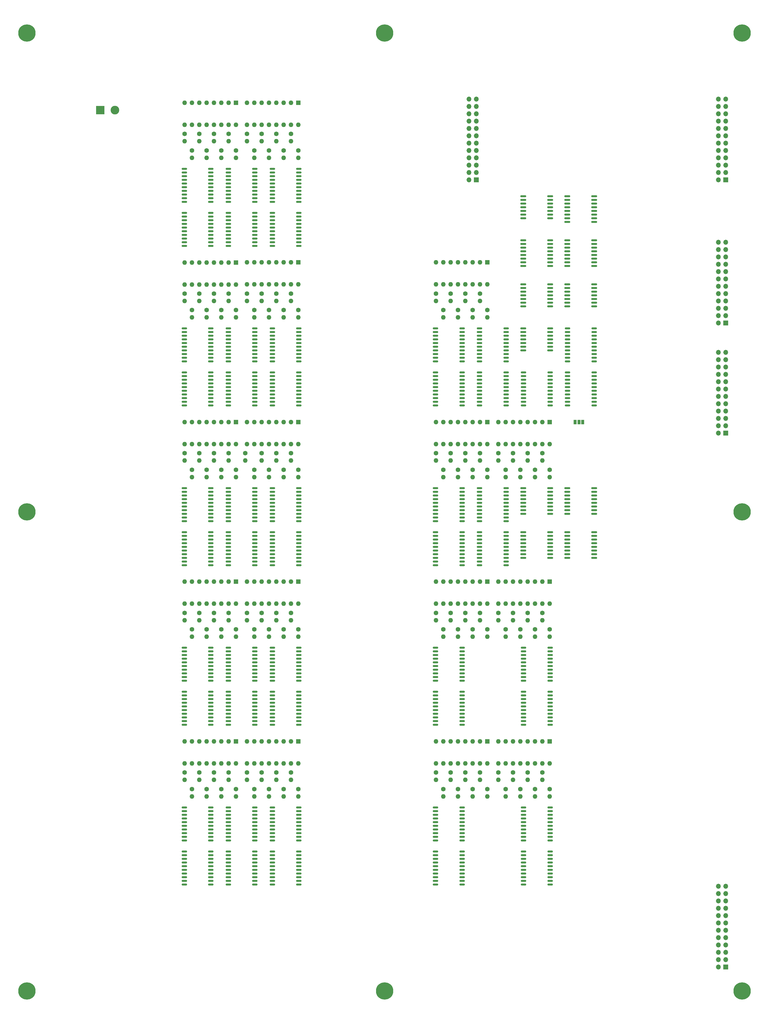
<source format=gbr>
%TF.GenerationSoftware,KiCad,Pcbnew,6.0.7-f9a2dced07~116~ubuntu20.04.1*%
%TF.CreationDate,2022-09-16T12:59:34+02:00*%
%TF.ProjectId,px16_regfile,70783136-5f72-4656-9766-696c652e6b69,2*%
%TF.SameCoordinates,Original*%
%TF.FileFunction,Soldermask,Top*%
%TF.FilePolarity,Negative*%
%FSLAX46Y46*%
G04 Gerber Fmt 4.6, Leading zero omitted, Abs format (unit mm)*
G04 Created by KiCad (PCBNEW 6.0.7-f9a2dced07~116~ubuntu20.04.1) date 2022-09-16 12:59:34*
%MOMM*%
%LPD*%
G01*
G04 APERTURE LIST*
G04 Aperture macros list*
%AMRoundRect*
0 Rectangle with rounded corners*
0 $1 Rounding radius*
0 $2 $3 $4 $5 $6 $7 $8 $9 X,Y pos of 4 corners*
0 Add a 4 corners polygon primitive as box body*
4,1,4,$2,$3,$4,$5,$6,$7,$8,$9,$2,$3,0*
0 Add four circle primitives for the rounded corners*
1,1,$1+$1,$2,$3*
1,1,$1+$1,$4,$5*
1,1,$1+$1,$6,$7*
1,1,$1+$1,$8,$9*
0 Add four rect primitives between the rounded corners*
20,1,$1+$1,$2,$3,$4,$5,0*
20,1,$1+$1,$4,$5,$6,$7,0*
20,1,$1+$1,$6,$7,$8,$9,0*
20,1,$1+$1,$8,$9,$2,$3,0*%
G04 Aperture macros list end*
%ADD10RoundRect,0.150000X-0.800000X-0.150000X0.800000X-0.150000X0.800000X0.150000X-0.800000X0.150000X0*%
%ADD11R,1.600000X1.600000*%
%ADD12O,1.600000X1.600000*%
%ADD13C,1.600000*%
%ADD14RoundRect,0.150000X-0.875000X-0.150000X0.875000X-0.150000X0.875000X0.150000X-0.875000X0.150000X0*%
%ADD15R,1.000000X1.500000*%
%ADD16C,6.000000*%
%ADD17R,1.700000X1.700000*%
%ADD18O,1.700000X1.700000*%
%ADD19R,3.000000X3.000000*%
%ADD20C,3.000000*%
G04 APERTURE END LIST*
D10*
%TO.C,U30*%
X119225000Y-313055000D03*
X119225000Y-314325000D03*
X119225000Y-315595000D03*
X119225000Y-316865000D03*
X119225000Y-318135000D03*
X119225000Y-319405000D03*
X119225000Y-320675000D03*
X119225000Y-321945000D03*
X119225000Y-323215000D03*
X119225000Y-324485000D03*
X128425000Y-324485000D03*
X128425000Y-323215000D03*
X128425000Y-321945000D03*
X128425000Y-320675000D03*
X128425000Y-319405000D03*
X128425000Y-318135000D03*
X128425000Y-316865000D03*
X128425000Y-315595000D03*
X128425000Y-314325000D03*
X128425000Y-313055000D03*
%TD*%
D11*
%TO.C,D9*%
X128270000Y-274955000D03*
D12*
X125730000Y-274955000D03*
X123190000Y-274955000D03*
X120650000Y-274955000D03*
X118110000Y-274955000D03*
X115570000Y-274955000D03*
X113030000Y-274955000D03*
X110490000Y-274955000D03*
X110490000Y-282575000D03*
X113030000Y-282575000D03*
X115570000Y-282575000D03*
X118110000Y-282575000D03*
X120650000Y-282575000D03*
X123190000Y-282575000D03*
X125730000Y-282575000D03*
X128270000Y-282575000D03*
%TD*%
D13*
%TO.C,R19*%
X115570000Y-120015000D03*
D12*
X115570000Y-122555000D03*
%TD*%
D10*
%TO.C,U38*%
X175740000Y-132080000D03*
X175740000Y-133350000D03*
X175740000Y-134620000D03*
X175740000Y-135890000D03*
X175740000Y-137160000D03*
X175740000Y-138430000D03*
X175740000Y-139700000D03*
X175740000Y-140970000D03*
X175740000Y-142240000D03*
X175740000Y-143510000D03*
X184940000Y-143510000D03*
X184940000Y-142240000D03*
X184940000Y-140970000D03*
X184940000Y-139700000D03*
X184940000Y-138430000D03*
X184940000Y-137160000D03*
X184940000Y-135890000D03*
X184940000Y-134620000D03*
X184940000Y-133350000D03*
X184940000Y-132080000D03*
%TD*%
D13*
%TO.C,R38*%
X123190000Y-180975000D03*
D12*
X123190000Y-183515000D03*
%TD*%
D13*
%TO.C,R75*%
X93980000Y-285750000D03*
D12*
X93980000Y-288290000D03*
%TD*%
D13*
%TO.C,R33*%
X109855000Y-175260000D03*
D12*
X109855000Y-177800000D03*
%TD*%
D14*
%TO.C,U45*%
X221410000Y-187325000D03*
X221410000Y-188595000D03*
X221410000Y-189865000D03*
X221410000Y-191135000D03*
X221410000Y-192405000D03*
X221410000Y-193675000D03*
X221410000Y-194945000D03*
X221410000Y-196215000D03*
X230710000Y-196215000D03*
X230710000Y-194945000D03*
X230710000Y-193675000D03*
X230710000Y-192405000D03*
X230710000Y-191135000D03*
X230710000Y-189865000D03*
X230710000Y-188595000D03*
X230710000Y-187325000D03*
%TD*%
D10*
%TO.C,U55*%
X206220000Y-242570000D03*
X206220000Y-243840000D03*
X206220000Y-245110000D03*
X206220000Y-246380000D03*
X206220000Y-247650000D03*
X206220000Y-248920000D03*
X206220000Y-250190000D03*
X206220000Y-251460000D03*
X206220000Y-252730000D03*
X206220000Y-254000000D03*
X215420000Y-254000000D03*
X215420000Y-252730000D03*
X215420000Y-251460000D03*
X215420000Y-250190000D03*
X215420000Y-248920000D03*
X215420000Y-247650000D03*
X215420000Y-246380000D03*
X215420000Y-245110000D03*
X215420000Y-243840000D03*
X215420000Y-242570000D03*
%TD*%
D13*
%TO.C,R17*%
X110490000Y-120015000D03*
D12*
X110490000Y-122555000D03*
%TD*%
D10*
%TO.C,U6*%
X119225000Y-92075000D03*
X119225000Y-93345000D03*
X119225000Y-94615000D03*
X119225000Y-95885000D03*
X119225000Y-97155000D03*
X119225000Y-98425000D03*
X119225000Y-99695000D03*
X119225000Y-100965000D03*
X119225000Y-102235000D03*
X119225000Y-103505000D03*
X128425000Y-103505000D03*
X128425000Y-102235000D03*
X128425000Y-100965000D03*
X128425000Y-99695000D03*
X128425000Y-98425000D03*
X128425000Y-97155000D03*
X128425000Y-95885000D03*
X128425000Y-94615000D03*
X128425000Y-93345000D03*
X128425000Y-92075000D03*
%TD*%
D13*
%TO.C,R90*%
X178435000Y-180975000D03*
D12*
X178435000Y-183515000D03*
%TD*%
D13*
%TO.C,R97*%
X175895000Y-120015000D03*
D12*
X175895000Y-122555000D03*
%TD*%
D13*
%TO.C,R82*%
X200025000Y-180975000D03*
D12*
X200025000Y-183515000D03*
%TD*%
D13*
%TO.C,R11*%
X93980000Y-64770000D03*
D12*
X93980000Y-67310000D03*
%TD*%
D10*
%TO.C,U17*%
X103985000Y-202565000D03*
X103985000Y-203835000D03*
X103985000Y-205105000D03*
X103985000Y-206375000D03*
X103985000Y-207645000D03*
X103985000Y-208915000D03*
X103985000Y-210185000D03*
X103985000Y-211455000D03*
X103985000Y-212725000D03*
X103985000Y-213995000D03*
X113185000Y-213995000D03*
X113185000Y-212725000D03*
X113185000Y-211455000D03*
X113185000Y-210185000D03*
X113185000Y-208915000D03*
X113185000Y-207645000D03*
X113185000Y-206375000D03*
X113185000Y-205105000D03*
X113185000Y-203835000D03*
X113185000Y-202565000D03*
%TD*%
D13*
%TO.C,R94*%
X188595000Y-180975000D03*
D12*
X188595000Y-183515000D03*
%TD*%
D13*
%TO.C,R135*%
X193675000Y-291465000D03*
D12*
X193675000Y-294005000D03*
%TD*%
D10*
%TO.C,U54*%
X206220000Y-313055000D03*
X206220000Y-314325000D03*
X206220000Y-315595000D03*
X206220000Y-316865000D03*
X206220000Y-318135000D03*
X206220000Y-319405000D03*
X206220000Y-320675000D03*
X206220000Y-321945000D03*
X206220000Y-323215000D03*
X206220000Y-324485000D03*
X215420000Y-324485000D03*
X215420000Y-323215000D03*
X215420000Y-321945000D03*
X215420000Y-320675000D03*
X215420000Y-319405000D03*
X215420000Y-318135000D03*
X215420000Y-316865000D03*
X215420000Y-315595000D03*
X215420000Y-314325000D03*
X215420000Y-313055000D03*
%TD*%
D13*
%TO.C,R109*%
X210185000Y-236220000D03*
D12*
X210185000Y-238760000D03*
%TD*%
D13*
%TO.C,R113*%
X178435000Y-236220000D03*
D12*
X178435000Y-238760000D03*
%TD*%
D13*
%TO.C,R21*%
X120650000Y-120015000D03*
D12*
X120650000Y-122555000D03*
%TD*%
D10*
%TO.C,U50*%
X175740000Y-202565000D03*
X175740000Y-203835000D03*
X175740000Y-205105000D03*
X175740000Y-206375000D03*
X175740000Y-207645000D03*
X175740000Y-208915000D03*
X175740000Y-210185000D03*
X175740000Y-211455000D03*
X175740000Y-212725000D03*
X175740000Y-213995000D03*
X184940000Y-213995000D03*
X184940000Y-212725000D03*
X184940000Y-211455000D03*
X184940000Y-210185000D03*
X184940000Y-208915000D03*
X184940000Y-207645000D03*
X184940000Y-206375000D03*
X184940000Y-205105000D03*
X184940000Y-203835000D03*
X184940000Y-202565000D03*
%TD*%
D14*
%TO.C,U32*%
X206170000Y-132080000D03*
X206170000Y-133350000D03*
X206170000Y-134620000D03*
X206170000Y-135890000D03*
X206170000Y-137160000D03*
X206170000Y-138430000D03*
X206170000Y-139700000D03*
X215470000Y-139700000D03*
X215470000Y-138430000D03*
X215470000Y-137160000D03*
X215470000Y-135890000D03*
X215470000Y-134620000D03*
X215470000Y-133350000D03*
X215470000Y-132080000D03*
%TD*%
D13*
%TO.C,R84*%
X205105000Y-180975000D03*
D12*
X205105000Y-183515000D03*
%TD*%
D13*
%TO.C,R48*%
X106680000Y-180975000D03*
D12*
X106680000Y-183515000D03*
%TD*%
D10*
%TO.C,U23*%
X103985000Y-257810000D03*
X103985000Y-259080000D03*
X103985000Y-260350000D03*
X103985000Y-261620000D03*
X103985000Y-262890000D03*
X103985000Y-264160000D03*
X103985000Y-265430000D03*
X103985000Y-266700000D03*
X103985000Y-267970000D03*
X103985000Y-269240000D03*
X113185000Y-269240000D03*
X113185000Y-267970000D03*
X113185000Y-266700000D03*
X113185000Y-265430000D03*
X113185000Y-264160000D03*
X113185000Y-262890000D03*
X113185000Y-261620000D03*
X113185000Y-260350000D03*
X113185000Y-259080000D03*
X113185000Y-257810000D03*
%TD*%
D13*
%TO.C,R62*%
X101600000Y-236220000D03*
D12*
X101600000Y-238760000D03*
%TD*%
D13*
%TO.C,R24*%
X128270000Y-125730000D03*
D12*
X128270000Y-128270000D03*
%TD*%
D10*
%TO.C,U8*%
X103985000Y-132080000D03*
X103985000Y-133350000D03*
X103985000Y-134620000D03*
X103985000Y-135890000D03*
X103985000Y-137160000D03*
X103985000Y-138430000D03*
X103985000Y-139700000D03*
X103985000Y-140970000D03*
X103985000Y-142240000D03*
X103985000Y-143510000D03*
X113185000Y-143510000D03*
X113185000Y-142240000D03*
X113185000Y-140970000D03*
X113185000Y-139700000D03*
X113185000Y-138430000D03*
X113185000Y-137160000D03*
X113185000Y-135890000D03*
X113185000Y-134620000D03*
X113185000Y-133350000D03*
X113185000Y-132080000D03*
%TD*%
D14*
%TO.C,U35*%
X206170000Y-116840000D03*
X206170000Y-118110000D03*
X206170000Y-119380000D03*
X206170000Y-120650000D03*
X206170000Y-121920000D03*
X206170000Y-123190000D03*
X206170000Y-124460000D03*
X215470000Y-124460000D03*
X215470000Y-123190000D03*
X215470000Y-121920000D03*
X215470000Y-120650000D03*
X215470000Y-119380000D03*
X215470000Y-118110000D03*
X215470000Y-116840000D03*
%TD*%
D13*
%TO.C,R103*%
X191135000Y-120015000D03*
D12*
X191135000Y-122555000D03*
%TD*%
D10*
%TO.C,U18*%
X119225000Y-202565000D03*
X119225000Y-203835000D03*
X119225000Y-205105000D03*
X119225000Y-206375000D03*
X119225000Y-207645000D03*
X119225000Y-208915000D03*
X119225000Y-210185000D03*
X119225000Y-211455000D03*
X119225000Y-212725000D03*
X119225000Y-213995000D03*
X128425000Y-213995000D03*
X128425000Y-212725000D03*
X128425000Y-211455000D03*
X128425000Y-210185000D03*
X128425000Y-208915000D03*
X128425000Y-207645000D03*
X128425000Y-206375000D03*
X128425000Y-205105000D03*
X128425000Y-203835000D03*
X128425000Y-202565000D03*
%TD*%
%TO.C,U37*%
X206220000Y-147320000D03*
X206220000Y-148590000D03*
X206220000Y-149860000D03*
X206220000Y-151130000D03*
X206220000Y-152400000D03*
X206220000Y-153670000D03*
X206220000Y-154940000D03*
X206220000Y-156210000D03*
X206220000Y-157480000D03*
X206220000Y-158750000D03*
X215420000Y-158750000D03*
X215420000Y-157480000D03*
X215420000Y-156210000D03*
X215420000Y-154940000D03*
X215420000Y-153670000D03*
X215420000Y-152400000D03*
X215420000Y-151130000D03*
X215420000Y-149860000D03*
X215420000Y-148590000D03*
X215420000Y-147320000D03*
%TD*%
D15*
%TO.C,JP1*%
X224125000Y-164465000D03*
X225425000Y-164465000D03*
X226725000Y-164465000D03*
%TD*%
D13*
%TO.C,R69*%
X120650000Y-285750000D03*
D12*
X120650000Y-288290000D03*
%TD*%
D13*
%TO.C,R2*%
X113030000Y-70485000D03*
D12*
X113030000Y-73025000D03*
%TD*%
D11*
%TO.C,D6*%
X106680000Y-164465000D03*
D12*
X104140000Y-164465000D03*
X101600000Y-164465000D03*
X99060000Y-164465000D03*
X96520000Y-164465000D03*
X93980000Y-164465000D03*
X91440000Y-164465000D03*
X88900000Y-164465000D03*
X88900000Y-172085000D03*
X91440000Y-172085000D03*
X93980000Y-172085000D03*
X96520000Y-172085000D03*
X99060000Y-172085000D03*
X101600000Y-172085000D03*
X104140000Y-172085000D03*
X106680000Y-172085000D03*
%TD*%
D13*
%TO.C,R36*%
X118110000Y-180975000D03*
D12*
X118110000Y-183515000D03*
%TD*%
D13*
%TO.C,R120*%
X197485000Y-285750000D03*
D12*
X197485000Y-288290000D03*
%TD*%
D13*
%TO.C,R15*%
X104140000Y-64770000D03*
D12*
X104140000Y-67310000D03*
%TD*%
D13*
%TO.C,R44*%
X96520000Y-180975000D03*
D12*
X96520000Y-183515000D03*
%TD*%
D10*
%TO.C,U15*%
X119225000Y-187325000D03*
X119225000Y-188595000D03*
X119225000Y-189865000D03*
X119225000Y-191135000D03*
X119225000Y-192405000D03*
X119225000Y-193675000D03*
X119225000Y-194945000D03*
X119225000Y-196215000D03*
X119225000Y-197485000D03*
X119225000Y-198755000D03*
X128425000Y-198755000D03*
X128425000Y-197485000D03*
X128425000Y-196215000D03*
X128425000Y-194945000D03*
X128425000Y-193675000D03*
X128425000Y-192405000D03*
X128425000Y-191135000D03*
X128425000Y-189865000D03*
X128425000Y-188595000D03*
X128425000Y-187325000D03*
%TD*%
D13*
%TO.C,R116*%
X186055000Y-230505000D03*
D12*
X186055000Y-233045000D03*
%TD*%
D11*
%TO.C,D5*%
X128270000Y-164465000D03*
D12*
X125730000Y-164465000D03*
X123190000Y-164465000D03*
X120650000Y-164465000D03*
X118110000Y-164465000D03*
X115570000Y-164465000D03*
X113030000Y-164465000D03*
X110490000Y-164465000D03*
X110490000Y-172085000D03*
X113030000Y-172085000D03*
X115570000Y-172085000D03*
X118110000Y-172085000D03*
X120650000Y-172085000D03*
X123190000Y-172085000D03*
X125730000Y-172085000D03*
X128270000Y-172085000D03*
%TD*%
D13*
%TO.C,R9*%
X88900000Y-64770000D03*
D12*
X88900000Y-67310000D03*
%TD*%
D10*
%TO.C,U41*%
X221460000Y-147320000D03*
X221460000Y-148590000D03*
X221460000Y-149860000D03*
X221460000Y-151130000D03*
X221460000Y-152400000D03*
X221460000Y-153670000D03*
X221460000Y-154940000D03*
X221460000Y-156210000D03*
X221460000Y-157480000D03*
X221460000Y-158750000D03*
X230660000Y-158750000D03*
X230660000Y-157480000D03*
X230660000Y-156210000D03*
X230660000Y-154940000D03*
X230660000Y-153670000D03*
X230660000Y-152400000D03*
X230660000Y-151130000D03*
X230660000Y-149860000D03*
X230660000Y-148590000D03*
X230660000Y-147320000D03*
%TD*%
%TO.C,U46*%
X175740000Y-187325000D03*
X175740000Y-188595000D03*
X175740000Y-189865000D03*
X175740000Y-191135000D03*
X175740000Y-192405000D03*
X175740000Y-193675000D03*
X175740000Y-194945000D03*
X175740000Y-196215000D03*
X175740000Y-197485000D03*
X175740000Y-198755000D03*
X184940000Y-198755000D03*
X184940000Y-197485000D03*
X184940000Y-196215000D03*
X184940000Y-194945000D03*
X184940000Y-193675000D03*
X184940000Y-192405000D03*
X184940000Y-191135000D03*
X184940000Y-189865000D03*
X184940000Y-188595000D03*
X184940000Y-187325000D03*
%TD*%
%TO.C,U40*%
X221460000Y-132080000D03*
X221460000Y-133350000D03*
X221460000Y-134620000D03*
X221460000Y-135890000D03*
X221460000Y-137160000D03*
X221460000Y-138430000D03*
X221460000Y-139700000D03*
X221460000Y-140970000D03*
X221460000Y-142240000D03*
X221460000Y-143510000D03*
X230660000Y-143510000D03*
X230660000Y-142240000D03*
X230660000Y-140970000D03*
X230660000Y-139700000D03*
X230660000Y-138430000D03*
X230660000Y-137160000D03*
X230660000Y-135890000D03*
X230660000Y-134620000D03*
X230660000Y-133350000D03*
X230660000Y-132080000D03*
%TD*%
%TO.C,U7*%
X88745000Y-132080000D03*
X88745000Y-133350000D03*
X88745000Y-134620000D03*
X88745000Y-135890000D03*
X88745000Y-137160000D03*
X88745000Y-138430000D03*
X88745000Y-139700000D03*
X88745000Y-140970000D03*
X88745000Y-142240000D03*
X88745000Y-143510000D03*
X97945000Y-143510000D03*
X97945000Y-142240000D03*
X97945000Y-140970000D03*
X97945000Y-139700000D03*
X97945000Y-138430000D03*
X97945000Y-137160000D03*
X97945000Y-135890000D03*
X97945000Y-134620000D03*
X97945000Y-133350000D03*
X97945000Y-132080000D03*
%TD*%
D13*
%TO.C,R42*%
X91440000Y-180975000D03*
D12*
X91440000Y-183515000D03*
%TD*%
D13*
%TO.C,R118*%
X191135000Y-230505000D03*
D12*
X191135000Y-233045000D03*
%TD*%
D13*
%TO.C,R91*%
X180975000Y-175260000D03*
D12*
X180975000Y-177800000D03*
%TD*%
D10*
%TO.C,U20*%
X103985000Y-242570000D03*
X103985000Y-243840000D03*
X103985000Y-245110000D03*
X103985000Y-246380000D03*
X103985000Y-247650000D03*
X103985000Y-248920000D03*
X103985000Y-250190000D03*
X103985000Y-251460000D03*
X103985000Y-252730000D03*
X103985000Y-254000000D03*
X113185000Y-254000000D03*
X113185000Y-252730000D03*
X113185000Y-251460000D03*
X113185000Y-250190000D03*
X113185000Y-248920000D03*
X113185000Y-247650000D03*
X113185000Y-246380000D03*
X113185000Y-245110000D03*
X113185000Y-243840000D03*
X113185000Y-242570000D03*
%TD*%
D13*
%TO.C,R8*%
X128270000Y-70485000D03*
D12*
X128270000Y-73025000D03*
%TD*%
D10*
%TO.C,U16*%
X88745000Y-202565000D03*
X88745000Y-203835000D03*
X88745000Y-205105000D03*
X88745000Y-206375000D03*
X88745000Y-207645000D03*
X88745000Y-208915000D03*
X88745000Y-210185000D03*
X88745000Y-211455000D03*
X88745000Y-212725000D03*
X88745000Y-213995000D03*
X97945000Y-213995000D03*
X97945000Y-212725000D03*
X97945000Y-211455000D03*
X97945000Y-210185000D03*
X97945000Y-208915000D03*
X97945000Y-207645000D03*
X97945000Y-206375000D03*
X97945000Y-205105000D03*
X97945000Y-203835000D03*
X97945000Y-202565000D03*
%TD*%
D13*
%TO.C,R108*%
X207645000Y-230505000D03*
D12*
X207645000Y-233045000D03*
%TD*%
D13*
%TO.C,R117*%
X188595000Y-236220000D03*
D12*
X188595000Y-238760000D03*
%TD*%
D13*
%TO.C,R61*%
X99060000Y-230505000D03*
D12*
X99060000Y-233045000D03*
%TD*%
D10*
%TO.C,U14*%
X103985000Y-187325000D03*
X103985000Y-188595000D03*
X103985000Y-189865000D03*
X103985000Y-191135000D03*
X103985000Y-192405000D03*
X103985000Y-193675000D03*
X103985000Y-194945000D03*
X103985000Y-196215000D03*
X103985000Y-197485000D03*
X103985000Y-198755000D03*
X113185000Y-198755000D03*
X113185000Y-197485000D03*
X113185000Y-196215000D03*
X113185000Y-194945000D03*
X113185000Y-193675000D03*
X113185000Y-192405000D03*
X113185000Y-191135000D03*
X113185000Y-189865000D03*
X113185000Y-188595000D03*
X113185000Y-187325000D03*
%TD*%
%TO.C,U10*%
X88745000Y-147320000D03*
X88745000Y-148590000D03*
X88745000Y-149860000D03*
X88745000Y-151130000D03*
X88745000Y-152400000D03*
X88745000Y-153670000D03*
X88745000Y-154940000D03*
X88745000Y-156210000D03*
X88745000Y-157480000D03*
X88745000Y-158750000D03*
X97945000Y-158750000D03*
X97945000Y-157480000D03*
X97945000Y-156210000D03*
X97945000Y-154940000D03*
X97945000Y-153670000D03*
X97945000Y-152400000D03*
X97945000Y-151130000D03*
X97945000Y-149860000D03*
X97945000Y-148590000D03*
X97945000Y-147320000D03*
%TD*%
D16*
%TO.C,H3*%
X281940000Y-29845000D03*
%TD*%
D13*
%TO.C,R52*%
X118110000Y-236220000D03*
D12*
X118110000Y-238760000D03*
%TD*%
D13*
%TO.C,R49*%
X110490000Y-230505000D03*
D12*
X110490000Y-233045000D03*
%TD*%
D14*
%TO.C,U36*%
X206170000Y-86360000D03*
X206170000Y-87630000D03*
X206170000Y-88900000D03*
X206170000Y-90170000D03*
X206170000Y-91440000D03*
X206170000Y-92710000D03*
X206170000Y-93980000D03*
X215470000Y-93980000D03*
X215470000Y-92710000D03*
X215470000Y-91440000D03*
X215470000Y-90170000D03*
X215470000Y-88900000D03*
X215470000Y-87630000D03*
X215470000Y-86360000D03*
%TD*%
D13*
%TO.C,R128*%
X175895000Y-285750000D03*
D12*
X175895000Y-288290000D03*
%TD*%
D13*
%TO.C,R16*%
X106680000Y-70485000D03*
D12*
X106680000Y-73025000D03*
%TD*%
D13*
%TO.C,R58*%
X91440000Y-236220000D03*
D12*
X91440000Y-238760000D03*
%TD*%
D13*
%TO.C,R80*%
X106680000Y-291465000D03*
D12*
X106680000Y-294005000D03*
%TD*%
D13*
%TO.C,R1*%
X110490000Y-64770000D03*
D12*
X110490000Y-67310000D03*
%TD*%
D10*
%TO.C,U60*%
X175740000Y-313055000D03*
X175740000Y-314325000D03*
X175740000Y-315595000D03*
X175740000Y-316865000D03*
X175740000Y-318135000D03*
X175740000Y-319405000D03*
X175740000Y-320675000D03*
X175740000Y-321945000D03*
X175740000Y-323215000D03*
X175740000Y-324485000D03*
X184940000Y-324485000D03*
X184940000Y-323215000D03*
X184940000Y-321945000D03*
X184940000Y-320675000D03*
X184940000Y-319405000D03*
X184940000Y-318135000D03*
X184940000Y-316865000D03*
X184940000Y-315595000D03*
X184940000Y-314325000D03*
X184940000Y-313055000D03*
%TD*%
D13*
%TO.C,R28*%
X96520000Y-125730000D03*
D12*
X96520000Y-128270000D03*
%TD*%
D10*
%TO.C,U12*%
X119225000Y-147320000D03*
X119225000Y-148590000D03*
X119225000Y-149860000D03*
X119225000Y-151130000D03*
X119225000Y-152400000D03*
X119225000Y-153670000D03*
X119225000Y-154940000D03*
X119225000Y-156210000D03*
X119225000Y-157480000D03*
X119225000Y-158750000D03*
X128425000Y-158750000D03*
X128425000Y-157480000D03*
X128425000Y-156210000D03*
X128425000Y-154940000D03*
X128425000Y-153670000D03*
X128425000Y-152400000D03*
X128425000Y-151130000D03*
X128425000Y-149860000D03*
X128425000Y-148590000D03*
X128425000Y-147320000D03*
%TD*%
D11*
%TO.C,D13*%
X215265000Y-219710000D03*
D12*
X212725000Y-219710000D03*
X210185000Y-219710000D03*
X207645000Y-219710000D03*
X205105000Y-219710000D03*
X202565000Y-219710000D03*
X200025000Y-219710000D03*
X197485000Y-219710000D03*
X197485000Y-227330000D03*
X200025000Y-227330000D03*
X202565000Y-227330000D03*
X205105000Y-227330000D03*
X207645000Y-227330000D03*
X210185000Y-227330000D03*
X212725000Y-227330000D03*
X215265000Y-227330000D03*
%TD*%
D11*
%TO.C,D11*%
X215265000Y-164465000D03*
D12*
X212725000Y-164465000D03*
X210185000Y-164465000D03*
X207645000Y-164465000D03*
X205105000Y-164465000D03*
X202565000Y-164465000D03*
X200025000Y-164465000D03*
X197485000Y-164465000D03*
X197485000Y-172085000D03*
X200025000Y-172085000D03*
X202565000Y-172085000D03*
X205105000Y-172085000D03*
X207645000Y-172085000D03*
X210185000Y-172085000D03*
X212725000Y-172085000D03*
X215265000Y-172085000D03*
%TD*%
D10*
%TO.C,U11*%
X103985000Y-147320000D03*
X103985000Y-148590000D03*
X103985000Y-149860000D03*
X103985000Y-151130000D03*
X103985000Y-152400000D03*
X103985000Y-153670000D03*
X103985000Y-154940000D03*
X103985000Y-156210000D03*
X103985000Y-157480000D03*
X103985000Y-158750000D03*
X113185000Y-158750000D03*
X113185000Y-157480000D03*
X113185000Y-156210000D03*
X113185000Y-154940000D03*
X113185000Y-153670000D03*
X113185000Y-152400000D03*
X113185000Y-151130000D03*
X113185000Y-149860000D03*
X113185000Y-148590000D03*
X113185000Y-147320000D03*
%TD*%
D13*
%TO.C,R106*%
X202565000Y-230505000D03*
D12*
X202565000Y-233045000D03*
%TD*%
D13*
%TO.C,R29*%
X99060000Y-120015000D03*
D12*
X99060000Y-122555000D03*
%TD*%
D14*
%TO.C,U34*%
X206170000Y-101600000D03*
X206170000Y-102870000D03*
X206170000Y-104140000D03*
X206170000Y-105410000D03*
X206170000Y-106680000D03*
X206170000Y-107950000D03*
X206170000Y-109220000D03*
X206170000Y-110490000D03*
X215470000Y-110490000D03*
X215470000Y-109220000D03*
X215470000Y-107950000D03*
X215470000Y-106680000D03*
X215470000Y-105410000D03*
X215470000Y-104140000D03*
X215470000Y-102870000D03*
X215470000Y-101600000D03*
%TD*%
D10*
%TO.C,U26*%
X103985000Y-297815000D03*
X103985000Y-299085000D03*
X103985000Y-300355000D03*
X103985000Y-301625000D03*
X103985000Y-302895000D03*
X103985000Y-304165000D03*
X103985000Y-305435000D03*
X103985000Y-306705000D03*
X103985000Y-307975000D03*
X103985000Y-309245000D03*
X113185000Y-309245000D03*
X113185000Y-307975000D03*
X113185000Y-306705000D03*
X113185000Y-305435000D03*
X113185000Y-304165000D03*
X113185000Y-302895000D03*
X113185000Y-301625000D03*
X113185000Y-300355000D03*
X113185000Y-299085000D03*
X113185000Y-297815000D03*
%TD*%
D13*
%TO.C,R130*%
X180975000Y-285750000D03*
D12*
X180975000Y-288290000D03*
%TD*%
D13*
%TO.C,R121*%
X200025000Y-291465000D03*
D12*
X200025000Y-294005000D03*
%TD*%
D10*
%TO.C,U1*%
X88745000Y-76835000D03*
X88745000Y-78105000D03*
X88745000Y-79375000D03*
X88745000Y-80645000D03*
X88745000Y-81915000D03*
X88745000Y-83185000D03*
X88745000Y-84455000D03*
X88745000Y-85725000D03*
X88745000Y-86995000D03*
X88745000Y-88265000D03*
X97945000Y-88265000D03*
X97945000Y-86995000D03*
X97945000Y-85725000D03*
X97945000Y-84455000D03*
X97945000Y-83185000D03*
X97945000Y-81915000D03*
X97945000Y-80645000D03*
X97945000Y-79375000D03*
X97945000Y-78105000D03*
X97945000Y-76835000D03*
%TD*%
D13*
%TO.C,R71*%
X125730000Y-285750000D03*
D12*
X125730000Y-288290000D03*
%TD*%
D13*
%TO.C,R134*%
X191135000Y-285750000D03*
D12*
X191135000Y-288290000D03*
%TD*%
D10*
%TO.C,U29*%
X103985000Y-313055000D03*
X103985000Y-314325000D03*
X103985000Y-315595000D03*
X103985000Y-316865000D03*
X103985000Y-318135000D03*
X103985000Y-319405000D03*
X103985000Y-320675000D03*
X103985000Y-321945000D03*
X103985000Y-323215000D03*
X103985000Y-324485000D03*
X113185000Y-324485000D03*
X113185000Y-323215000D03*
X113185000Y-321945000D03*
X113185000Y-320675000D03*
X113185000Y-319405000D03*
X113185000Y-318135000D03*
X113185000Y-316865000D03*
X113185000Y-315595000D03*
X113185000Y-314325000D03*
X113185000Y-313055000D03*
%TD*%
%TO.C,U43*%
X190980000Y-147320000D03*
X190980000Y-148590000D03*
X190980000Y-149860000D03*
X190980000Y-151130000D03*
X190980000Y-152400000D03*
X190980000Y-153670000D03*
X190980000Y-154940000D03*
X190980000Y-156210000D03*
X190980000Y-157480000D03*
X190980000Y-158750000D03*
X200180000Y-158750000D03*
X200180000Y-157480000D03*
X200180000Y-156210000D03*
X200180000Y-154940000D03*
X200180000Y-153670000D03*
X200180000Y-152400000D03*
X200180000Y-151130000D03*
X200180000Y-149860000D03*
X200180000Y-148590000D03*
X200180000Y-147320000D03*
%TD*%
D13*
%TO.C,R25*%
X88900000Y-120015000D03*
D12*
X88900000Y-122555000D03*
%TD*%
D10*
%TO.C,U53*%
X206220000Y-297815000D03*
X206220000Y-299085000D03*
X206220000Y-300355000D03*
X206220000Y-301625000D03*
X206220000Y-302895000D03*
X206220000Y-304165000D03*
X206220000Y-305435000D03*
X206220000Y-306705000D03*
X206220000Y-307975000D03*
X206220000Y-309245000D03*
X215420000Y-309245000D03*
X215420000Y-307975000D03*
X215420000Y-306705000D03*
X215420000Y-305435000D03*
X215420000Y-304165000D03*
X215420000Y-302895000D03*
X215420000Y-301625000D03*
X215420000Y-300355000D03*
X215420000Y-299085000D03*
X215420000Y-297815000D03*
%TD*%
%TO.C,U9*%
X119225000Y-132080000D03*
X119225000Y-133350000D03*
X119225000Y-134620000D03*
X119225000Y-135890000D03*
X119225000Y-137160000D03*
X119225000Y-138430000D03*
X119225000Y-139700000D03*
X119225000Y-140970000D03*
X119225000Y-142240000D03*
X119225000Y-143510000D03*
X128425000Y-143510000D03*
X128425000Y-142240000D03*
X128425000Y-140970000D03*
X128425000Y-139700000D03*
X128425000Y-138430000D03*
X128425000Y-137160000D03*
X128425000Y-135890000D03*
X128425000Y-134620000D03*
X128425000Y-133350000D03*
X128425000Y-132080000D03*
%TD*%
%TO.C,U42*%
X175740000Y-147320000D03*
X175740000Y-148590000D03*
X175740000Y-149860000D03*
X175740000Y-151130000D03*
X175740000Y-152400000D03*
X175740000Y-153670000D03*
X175740000Y-154940000D03*
X175740000Y-156210000D03*
X175740000Y-157480000D03*
X175740000Y-158750000D03*
X184940000Y-158750000D03*
X184940000Y-157480000D03*
X184940000Y-156210000D03*
X184940000Y-154940000D03*
X184940000Y-153670000D03*
X184940000Y-152400000D03*
X184940000Y-151130000D03*
X184940000Y-149860000D03*
X184940000Y-148590000D03*
X184940000Y-147320000D03*
%TD*%
D16*
%TO.C,H2*%
X158115000Y-29845000D03*
%TD*%
D13*
%TO.C,R22*%
X123190000Y-125730000D03*
D12*
X123190000Y-128270000D03*
%TD*%
D13*
%TO.C,R89*%
X175895000Y-175260000D03*
D12*
X175895000Y-177800000D03*
%TD*%
D13*
%TO.C,R59*%
X93980000Y-230505000D03*
D12*
X93980000Y-233045000D03*
%TD*%
D10*
%TO.C,U21*%
X119225000Y-242570000D03*
X119225000Y-243840000D03*
X119225000Y-245110000D03*
X119225000Y-246380000D03*
X119225000Y-247650000D03*
X119225000Y-248920000D03*
X119225000Y-250190000D03*
X119225000Y-251460000D03*
X119225000Y-252730000D03*
X119225000Y-254000000D03*
X128425000Y-254000000D03*
X128425000Y-252730000D03*
X128425000Y-251460000D03*
X128425000Y-250190000D03*
X128425000Y-248920000D03*
X128425000Y-247650000D03*
X128425000Y-246380000D03*
X128425000Y-245110000D03*
X128425000Y-243840000D03*
X128425000Y-242570000D03*
%TD*%
D16*
%TO.C,H1*%
X34290000Y-29845000D03*
%TD*%
D13*
%TO.C,R101*%
X186055000Y-120015000D03*
D12*
X186055000Y-122555000D03*
%TD*%
D13*
%TO.C,R72*%
X128270000Y-291465000D03*
D12*
X128270000Y-294005000D03*
%TD*%
D11*
%TO.C,D3*%
X128270000Y-109220000D03*
D12*
X125730000Y-109220000D03*
X123190000Y-109220000D03*
X120650000Y-109220000D03*
X118110000Y-109220000D03*
X115570000Y-109220000D03*
X113030000Y-109220000D03*
X110490000Y-109220000D03*
X110490000Y-116840000D03*
X113030000Y-116840000D03*
X115570000Y-116840000D03*
X118110000Y-116840000D03*
X120650000Y-116840000D03*
X123190000Y-116840000D03*
X125730000Y-116840000D03*
X128270000Y-116840000D03*
%TD*%
D13*
%TO.C,R57*%
X88900000Y-230505000D03*
D12*
X88900000Y-233045000D03*
%TD*%
D14*
%TO.C,U31*%
X221410000Y-86360000D03*
X221410000Y-87630000D03*
X221410000Y-88900000D03*
X221410000Y-90170000D03*
X221410000Y-91440000D03*
X221410000Y-92710000D03*
X221410000Y-93980000D03*
X221410000Y-95250000D03*
X230710000Y-95250000D03*
X230710000Y-93980000D03*
X230710000Y-92710000D03*
X230710000Y-91440000D03*
X230710000Y-90170000D03*
X230710000Y-88900000D03*
X230710000Y-87630000D03*
X230710000Y-86360000D03*
%TD*%
D10*
%TO.C,U56*%
X206220000Y-257810000D03*
X206220000Y-259080000D03*
X206220000Y-260350000D03*
X206220000Y-261620000D03*
X206220000Y-262890000D03*
X206220000Y-264160000D03*
X206220000Y-265430000D03*
X206220000Y-266700000D03*
X206220000Y-267970000D03*
X206220000Y-269240000D03*
X215420000Y-269240000D03*
X215420000Y-267970000D03*
X215420000Y-266700000D03*
X215420000Y-265430000D03*
X215420000Y-264160000D03*
X215420000Y-262890000D03*
X215420000Y-261620000D03*
X215420000Y-260350000D03*
X215420000Y-259080000D03*
X215420000Y-257810000D03*
%TD*%
%TO.C,U39*%
X190980000Y-132080000D03*
X190980000Y-133350000D03*
X190980000Y-134620000D03*
X190980000Y-135890000D03*
X190980000Y-137160000D03*
X190980000Y-138430000D03*
X190980000Y-139700000D03*
X190980000Y-140970000D03*
X190980000Y-142240000D03*
X190980000Y-143510000D03*
X200180000Y-143510000D03*
X200180000Y-142240000D03*
X200180000Y-140970000D03*
X200180000Y-139700000D03*
X200180000Y-138430000D03*
X200180000Y-137160000D03*
X200180000Y-135890000D03*
X200180000Y-134620000D03*
X200180000Y-133350000D03*
X200180000Y-132080000D03*
%TD*%
%TO.C,U4*%
X88745000Y-92075000D03*
X88745000Y-93345000D03*
X88745000Y-94615000D03*
X88745000Y-95885000D03*
X88745000Y-97155000D03*
X88745000Y-98425000D03*
X88745000Y-99695000D03*
X88745000Y-100965000D03*
X88745000Y-102235000D03*
X88745000Y-103505000D03*
X97945000Y-103505000D03*
X97945000Y-102235000D03*
X97945000Y-100965000D03*
X97945000Y-99695000D03*
X97945000Y-98425000D03*
X97945000Y-97155000D03*
X97945000Y-95885000D03*
X97945000Y-94615000D03*
X97945000Y-93345000D03*
X97945000Y-92075000D03*
%TD*%
D13*
%TO.C,R88*%
X215265000Y-180975000D03*
D12*
X215265000Y-183515000D03*
%TD*%
D13*
%TO.C,R6*%
X123190000Y-70485000D03*
D12*
X123190000Y-73025000D03*
%TD*%
D14*
%TO.C,U52*%
X221410000Y-116840000D03*
X221410000Y-118110000D03*
X221410000Y-119380000D03*
X221410000Y-120650000D03*
X221410000Y-121920000D03*
X221410000Y-123190000D03*
X221410000Y-124460000D03*
X230710000Y-124460000D03*
X230710000Y-123190000D03*
X230710000Y-121920000D03*
X230710000Y-120650000D03*
X230710000Y-119380000D03*
X230710000Y-118110000D03*
X230710000Y-116840000D03*
%TD*%
D13*
%TO.C,R114*%
X180975000Y-230505000D03*
D12*
X180975000Y-233045000D03*
%TD*%
D11*
%TO.C,D2*%
X106680000Y-53975000D03*
D12*
X104140000Y-53975000D03*
X101600000Y-53975000D03*
X99060000Y-53975000D03*
X96520000Y-53975000D03*
X93980000Y-53975000D03*
X91440000Y-53975000D03*
X88900000Y-53975000D03*
X88900000Y-61595000D03*
X91440000Y-61595000D03*
X93980000Y-61595000D03*
X96520000Y-61595000D03*
X99060000Y-61595000D03*
X101600000Y-61595000D03*
X104140000Y-61595000D03*
X106680000Y-61595000D03*
%TD*%
D17*
%TO.C,J6*%
X276225000Y-168275000D03*
D18*
X273685000Y-168275000D03*
X276225000Y-165735000D03*
X273685000Y-165735000D03*
X276225000Y-163195000D03*
X273685000Y-163195000D03*
X276225000Y-160655000D03*
X273685000Y-160655000D03*
X276225000Y-158115000D03*
X273685000Y-158115000D03*
X276225000Y-155575000D03*
X273685000Y-155575000D03*
X276225000Y-153035000D03*
X273685000Y-153035000D03*
X276225000Y-150495000D03*
X273685000Y-150495000D03*
X276225000Y-147955000D03*
X273685000Y-147955000D03*
X276225000Y-145415000D03*
X273685000Y-145415000D03*
X276225000Y-142875000D03*
X273685000Y-142875000D03*
X276225000Y-140335000D03*
X273685000Y-140335000D03*
%TD*%
D13*
%TO.C,R105*%
X200025000Y-236220000D03*
D12*
X200025000Y-238760000D03*
%TD*%
D10*
%TO.C,U5*%
X103985000Y-92075000D03*
X103985000Y-93345000D03*
X103985000Y-94615000D03*
X103985000Y-95885000D03*
X103985000Y-97155000D03*
X103985000Y-98425000D03*
X103985000Y-99695000D03*
X103985000Y-100965000D03*
X103985000Y-102235000D03*
X103985000Y-103505000D03*
X113185000Y-103505000D03*
X113185000Y-102235000D03*
X113185000Y-100965000D03*
X113185000Y-99695000D03*
X113185000Y-98425000D03*
X113185000Y-97155000D03*
X113185000Y-95885000D03*
X113185000Y-94615000D03*
X113185000Y-93345000D03*
X113185000Y-92075000D03*
%TD*%
D16*
%TO.C,H8*%
X34290000Y-195580000D03*
%TD*%
D13*
%TO.C,R78*%
X101600000Y-291465000D03*
D12*
X101600000Y-294005000D03*
%TD*%
D13*
%TO.C,R3*%
X115570000Y-64770000D03*
D12*
X115570000Y-67310000D03*
%TD*%
D16*
%TO.C,H6*%
X158115000Y-361315000D03*
%TD*%
D13*
%TO.C,R87*%
X212725000Y-175260000D03*
D12*
X212725000Y-177800000D03*
%TD*%
D17*
%TO.C,J2*%
X276225000Y-80645000D03*
D18*
X273685000Y-80645000D03*
X276225000Y-78105000D03*
X273685000Y-78105000D03*
X276225000Y-75565000D03*
X273685000Y-75565000D03*
X276225000Y-73025000D03*
X273685000Y-73025000D03*
X276225000Y-70485000D03*
X273685000Y-70485000D03*
X276225000Y-67945000D03*
X273685000Y-67945000D03*
X276225000Y-65405000D03*
X273685000Y-65405000D03*
X276225000Y-62865000D03*
X273685000Y-62865000D03*
X276225000Y-60325000D03*
X273685000Y-60325000D03*
X276225000Y-57785000D03*
X273685000Y-57785000D03*
X276225000Y-55245000D03*
X273685000Y-55245000D03*
X276225000Y-52705000D03*
X273685000Y-52705000D03*
%TD*%
D13*
%TO.C,R37*%
X120650000Y-175260000D03*
D12*
X120650000Y-177800000D03*
%TD*%
D13*
%TO.C,R18*%
X113030000Y-125730000D03*
D12*
X113030000Y-128270000D03*
%TD*%
D13*
%TO.C,R124*%
X207645000Y-285750000D03*
D12*
X207645000Y-288290000D03*
%TD*%
D13*
%TO.C,R32*%
X106680000Y-125730000D03*
D12*
X106680000Y-128270000D03*
%TD*%
D13*
%TO.C,R40*%
X128270000Y-180975000D03*
D12*
X128270000Y-183515000D03*
%TD*%
D14*
%TO.C,U44*%
X206170000Y-187325000D03*
X206170000Y-188595000D03*
X206170000Y-189865000D03*
X206170000Y-191135000D03*
X206170000Y-192405000D03*
X206170000Y-193675000D03*
X206170000Y-194945000D03*
X206170000Y-196215000D03*
X215470000Y-196215000D03*
X215470000Y-194945000D03*
X215470000Y-193675000D03*
X215470000Y-192405000D03*
X215470000Y-191135000D03*
X215470000Y-189865000D03*
X215470000Y-188595000D03*
X215470000Y-187325000D03*
%TD*%
D13*
%TO.C,R55*%
X125730000Y-230505000D03*
D12*
X125730000Y-233045000D03*
%TD*%
D13*
%TO.C,R73*%
X88900000Y-285750000D03*
D12*
X88900000Y-288290000D03*
%TD*%
D13*
%TO.C,R70*%
X123190000Y-291465000D03*
D12*
X123190000Y-294005000D03*
%TD*%
D13*
%TO.C,R81*%
X197485000Y-175260000D03*
D12*
X197485000Y-177800000D03*
%TD*%
D11*
%TO.C,D12*%
X193675000Y-164465000D03*
D12*
X191135000Y-164465000D03*
X188595000Y-164465000D03*
X186055000Y-164465000D03*
X183515000Y-164465000D03*
X180975000Y-164465000D03*
X178435000Y-164465000D03*
X175895000Y-164465000D03*
X175895000Y-172085000D03*
X178435000Y-172085000D03*
X180975000Y-172085000D03*
X183515000Y-172085000D03*
X186055000Y-172085000D03*
X188595000Y-172085000D03*
X191135000Y-172085000D03*
X193675000Y-172085000D03*
%TD*%
D13*
%TO.C,R127*%
X215265000Y-291465000D03*
D12*
X215265000Y-294005000D03*
%TD*%
D13*
%TO.C,R107*%
X205105000Y-236220000D03*
D12*
X205105000Y-238760000D03*
%TD*%
D13*
%TO.C,R60*%
X96520000Y-236220000D03*
D12*
X96520000Y-238760000D03*
%TD*%
D13*
%TO.C,R115*%
X183515000Y-236220000D03*
D12*
X183515000Y-238760000D03*
%TD*%
D13*
%TO.C,R7*%
X125730000Y-64770000D03*
D12*
X125730000Y-67310000D03*
%TD*%
D10*
%TO.C,U24*%
X119225000Y-257810000D03*
X119225000Y-259080000D03*
X119225000Y-260350000D03*
X119225000Y-261620000D03*
X119225000Y-262890000D03*
X119225000Y-264160000D03*
X119225000Y-265430000D03*
X119225000Y-266700000D03*
X119225000Y-267970000D03*
X119225000Y-269240000D03*
X128425000Y-269240000D03*
X128425000Y-267970000D03*
X128425000Y-266700000D03*
X128425000Y-265430000D03*
X128425000Y-264160000D03*
X128425000Y-262890000D03*
X128425000Y-261620000D03*
X128425000Y-260350000D03*
X128425000Y-259080000D03*
X128425000Y-257810000D03*
%TD*%
D17*
%TO.C,J3*%
X189865000Y-80645000D03*
D18*
X187325000Y-80645000D03*
X189865000Y-78105000D03*
X187325000Y-78105000D03*
X189865000Y-75565000D03*
X187325000Y-75565000D03*
X189865000Y-73025000D03*
X187325000Y-73025000D03*
X189865000Y-70485000D03*
X187325000Y-70485000D03*
X189865000Y-67945000D03*
X187325000Y-67945000D03*
X189865000Y-65405000D03*
X187325000Y-65405000D03*
X189865000Y-62865000D03*
X187325000Y-62865000D03*
X189865000Y-60325000D03*
X187325000Y-60325000D03*
X189865000Y-57785000D03*
X187325000Y-57785000D03*
X189865000Y-55245000D03*
X187325000Y-55245000D03*
X189865000Y-52705000D03*
X187325000Y-52705000D03*
%TD*%
D11*
%TO.C,D16*%
X193675000Y-274955000D03*
D12*
X191135000Y-274955000D03*
X188595000Y-274955000D03*
X186055000Y-274955000D03*
X183515000Y-274955000D03*
X180975000Y-274955000D03*
X178435000Y-274955000D03*
X175895000Y-274955000D03*
X175895000Y-282575000D03*
X178435000Y-282575000D03*
X180975000Y-282575000D03*
X183515000Y-282575000D03*
X186055000Y-282575000D03*
X188595000Y-282575000D03*
X191135000Y-282575000D03*
X193675000Y-282575000D03*
%TD*%
D13*
%TO.C,R39*%
X125730000Y-175260000D03*
D12*
X125730000Y-177800000D03*
%TD*%
D13*
%TO.C,R14*%
X101600000Y-70485000D03*
D12*
X101600000Y-73025000D03*
%TD*%
D10*
%TO.C,U2*%
X103985000Y-76835000D03*
X103985000Y-78105000D03*
X103985000Y-79375000D03*
X103985000Y-80645000D03*
X103985000Y-81915000D03*
X103985000Y-83185000D03*
X103985000Y-84455000D03*
X103985000Y-85725000D03*
X103985000Y-86995000D03*
X103985000Y-88265000D03*
X113185000Y-88265000D03*
X113185000Y-86995000D03*
X113185000Y-85725000D03*
X113185000Y-84455000D03*
X113185000Y-83185000D03*
X113185000Y-81915000D03*
X113185000Y-80645000D03*
X113185000Y-79375000D03*
X113185000Y-78105000D03*
X113185000Y-76835000D03*
%TD*%
D13*
%TO.C,R131*%
X183515000Y-291465000D03*
D12*
X183515000Y-294005000D03*
%TD*%
D13*
%TO.C,R77*%
X99060000Y-285750000D03*
D12*
X99060000Y-288290000D03*
%TD*%
D11*
%TO.C,D8*%
X106680000Y-219710000D03*
D12*
X104140000Y-219710000D03*
X101600000Y-219710000D03*
X99060000Y-219710000D03*
X96520000Y-219710000D03*
X93980000Y-219710000D03*
X91440000Y-219710000D03*
X88900000Y-219710000D03*
X88900000Y-227330000D03*
X91440000Y-227330000D03*
X93980000Y-227330000D03*
X96520000Y-227330000D03*
X99060000Y-227330000D03*
X101600000Y-227330000D03*
X104140000Y-227330000D03*
X106680000Y-227330000D03*
%TD*%
D10*
%TO.C,U28*%
X88745000Y-313055000D03*
X88745000Y-314325000D03*
X88745000Y-315595000D03*
X88745000Y-316865000D03*
X88745000Y-318135000D03*
X88745000Y-319405000D03*
X88745000Y-320675000D03*
X88745000Y-321945000D03*
X88745000Y-323215000D03*
X88745000Y-324485000D03*
X97945000Y-324485000D03*
X97945000Y-323215000D03*
X97945000Y-321945000D03*
X97945000Y-320675000D03*
X97945000Y-319405000D03*
X97945000Y-318135000D03*
X97945000Y-316865000D03*
X97945000Y-315595000D03*
X97945000Y-314325000D03*
X97945000Y-313055000D03*
%TD*%
D13*
%TO.C,R66*%
X113030000Y-291465000D03*
D12*
X113030000Y-294005000D03*
%TD*%
D10*
%TO.C,U25*%
X88745000Y-297815000D03*
X88745000Y-299085000D03*
X88745000Y-300355000D03*
X88745000Y-301625000D03*
X88745000Y-302895000D03*
X88745000Y-304165000D03*
X88745000Y-305435000D03*
X88745000Y-306705000D03*
X88745000Y-307975000D03*
X88745000Y-309245000D03*
X97945000Y-309245000D03*
X97945000Y-307975000D03*
X97945000Y-306705000D03*
X97945000Y-305435000D03*
X97945000Y-304165000D03*
X97945000Y-302895000D03*
X97945000Y-301625000D03*
X97945000Y-300355000D03*
X97945000Y-299085000D03*
X97945000Y-297815000D03*
%TD*%
D13*
%TO.C,R51*%
X115570000Y-230505000D03*
D12*
X115570000Y-233045000D03*
%TD*%
D13*
%TO.C,R76*%
X96520000Y-291465000D03*
D12*
X96520000Y-294005000D03*
%TD*%
D13*
%TO.C,R34*%
X113030000Y-180975000D03*
D12*
X113030000Y-183515000D03*
%TD*%
D11*
%TO.C,D7*%
X128270000Y-219710000D03*
D12*
X125730000Y-219710000D03*
X123190000Y-219710000D03*
X120650000Y-219710000D03*
X118110000Y-219710000D03*
X115570000Y-219710000D03*
X113030000Y-219710000D03*
X110490000Y-219710000D03*
X110490000Y-227330000D03*
X113030000Y-227330000D03*
X115570000Y-227330000D03*
X118110000Y-227330000D03*
X120650000Y-227330000D03*
X123190000Y-227330000D03*
X125730000Y-227330000D03*
X128270000Y-227330000D03*
%TD*%
D13*
%TO.C,R129*%
X178435000Y-291465000D03*
D12*
X178435000Y-294005000D03*
%TD*%
D13*
%TO.C,R64*%
X106680000Y-236220000D03*
D12*
X106680000Y-238760000D03*
%TD*%
D16*
%TO.C,H5*%
X281940000Y-361315000D03*
%TD*%
%TO.C,H7*%
X34290000Y-361315000D03*
%TD*%
D13*
%TO.C,R30*%
X101600000Y-125730000D03*
D12*
X101600000Y-128270000D03*
%TD*%
D10*
%TO.C,U47*%
X190980000Y-187325000D03*
X190980000Y-188595000D03*
X190980000Y-189865000D03*
X190980000Y-191135000D03*
X190980000Y-192405000D03*
X190980000Y-193675000D03*
X190980000Y-194945000D03*
X190980000Y-196215000D03*
X190980000Y-197485000D03*
X190980000Y-198755000D03*
X200180000Y-198755000D03*
X200180000Y-197485000D03*
X200180000Y-196215000D03*
X200180000Y-194945000D03*
X200180000Y-193675000D03*
X200180000Y-192405000D03*
X200180000Y-191135000D03*
X200180000Y-189865000D03*
X200180000Y-188595000D03*
X200180000Y-187325000D03*
%TD*%
D17*
%TO.C,J1*%
X276225000Y-353060000D03*
D18*
X273685000Y-353060000D03*
X276225000Y-350520000D03*
X273685000Y-350520000D03*
X276225000Y-347980000D03*
X273685000Y-347980000D03*
X276225000Y-345440000D03*
X273685000Y-345440000D03*
X276225000Y-342900000D03*
X273685000Y-342900000D03*
X276225000Y-340360000D03*
X273685000Y-340360000D03*
X276225000Y-337820000D03*
X273685000Y-337820000D03*
X276225000Y-335280000D03*
X273685000Y-335280000D03*
X276225000Y-332740000D03*
X273685000Y-332740000D03*
X276225000Y-330200000D03*
X273685000Y-330200000D03*
X276225000Y-327660000D03*
X273685000Y-327660000D03*
X276225000Y-325120000D03*
X273685000Y-325120000D03*
%TD*%
D13*
%TO.C,R65*%
X110490000Y-285750000D03*
D12*
X110490000Y-288290000D03*
%TD*%
D13*
%TO.C,R93*%
X186055000Y-175260000D03*
D12*
X186055000Y-177800000D03*
%TD*%
D13*
%TO.C,R63*%
X104140000Y-230505000D03*
D12*
X104140000Y-233045000D03*
%TD*%
D14*
%TO.C,U33*%
X221410000Y-101600000D03*
X221410000Y-102870000D03*
X221410000Y-104140000D03*
X221410000Y-105410000D03*
X221410000Y-106680000D03*
X221410000Y-107950000D03*
X221410000Y-109220000D03*
X221410000Y-110490000D03*
X230710000Y-110490000D03*
X230710000Y-109220000D03*
X230710000Y-107950000D03*
X230710000Y-106680000D03*
X230710000Y-105410000D03*
X230710000Y-104140000D03*
X230710000Y-102870000D03*
X230710000Y-101600000D03*
%TD*%
%TO.C,U48*%
X206170000Y-202565000D03*
X206170000Y-203835000D03*
X206170000Y-205105000D03*
X206170000Y-206375000D03*
X206170000Y-207645000D03*
X206170000Y-208915000D03*
X206170000Y-210185000D03*
X206170000Y-211455000D03*
X215470000Y-211455000D03*
X215470000Y-210185000D03*
X215470000Y-208915000D03*
X215470000Y-207645000D03*
X215470000Y-206375000D03*
X215470000Y-205105000D03*
X215470000Y-203835000D03*
X215470000Y-202565000D03*
%TD*%
D11*
%TO.C,D1*%
X128270000Y-53975000D03*
D12*
X125730000Y-53975000D03*
X123190000Y-53975000D03*
X120650000Y-53975000D03*
X118110000Y-53975000D03*
X115570000Y-53975000D03*
X113030000Y-53975000D03*
X110490000Y-53975000D03*
X110490000Y-61595000D03*
X113030000Y-61595000D03*
X115570000Y-61595000D03*
X118110000Y-61595000D03*
X120650000Y-61595000D03*
X123190000Y-61595000D03*
X125730000Y-61595000D03*
X128270000Y-61595000D03*
%TD*%
D13*
%TO.C,R20*%
X118110000Y-125730000D03*
D12*
X118110000Y-128270000D03*
%TD*%
D10*
%TO.C,U58*%
X175740000Y-257810000D03*
X175740000Y-259080000D03*
X175740000Y-260350000D03*
X175740000Y-261620000D03*
X175740000Y-262890000D03*
X175740000Y-264160000D03*
X175740000Y-265430000D03*
X175740000Y-266700000D03*
X175740000Y-267970000D03*
X175740000Y-269240000D03*
X184940000Y-269240000D03*
X184940000Y-267970000D03*
X184940000Y-266700000D03*
X184940000Y-265430000D03*
X184940000Y-264160000D03*
X184940000Y-262890000D03*
X184940000Y-261620000D03*
X184940000Y-260350000D03*
X184940000Y-259080000D03*
X184940000Y-257810000D03*
%TD*%
D11*
%TO.C,D15*%
X215265000Y-274955000D03*
D12*
X212725000Y-274955000D03*
X210185000Y-274955000D03*
X207645000Y-274955000D03*
X205105000Y-274955000D03*
X202565000Y-274955000D03*
X200025000Y-274955000D03*
X197485000Y-274955000D03*
X197485000Y-282575000D03*
X200025000Y-282575000D03*
X202565000Y-282575000D03*
X205105000Y-282575000D03*
X207645000Y-282575000D03*
X210185000Y-282575000D03*
X212725000Y-282575000D03*
X215265000Y-282575000D03*
%TD*%
D13*
%TO.C,R67*%
X115570000Y-285750000D03*
D12*
X115570000Y-288290000D03*
%TD*%
D13*
%TO.C,R31*%
X104140000Y-120015000D03*
D12*
X104140000Y-122555000D03*
%TD*%
D10*
%TO.C,U57*%
X175740000Y-242570000D03*
X175740000Y-243840000D03*
X175740000Y-245110000D03*
X175740000Y-246380000D03*
X175740000Y-247650000D03*
X175740000Y-248920000D03*
X175740000Y-250190000D03*
X175740000Y-251460000D03*
X175740000Y-252730000D03*
X175740000Y-254000000D03*
X184940000Y-254000000D03*
X184940000Y-252730000D03*
X184940000Y-251460000D03*
X184940000Y-250190000D03*
X184940000Y-248920000D03*
X184940000Y-247650000D03*
X184940000Y-246380000D03*
X184940000Y-245110000D03*
X184940000Y-243840000D03*
X184940000Y-242570000D03*
%TD*%
D13*
%TO.C,R10*%
X91440000Y-70485000D03*
D12*
X91440000Y-73025000D03*
%TD*%
D13*
%TO.C,R100*%
X183515000Y-125730000D03*
D12*
X183515000Y-128270000D03*
%TD*%
D13*
%TO.C,R96*%
X193675000Y-180975000D03*
D12*
X193675000Y-183515000D03*
%TD*%
D13*
%TO.C,R74*%
X91440000Y-291465000D03*
D12*
X91440000Y-294005000D03*
%TD*%
D13*
%TO.C,R35*%
X115570000Y-175260000D03*
D12*
X115570000Y-177800000D03*
%TD*%
D13*
%TO.C,R92*%
X183515000Y-180975000D03*
D12*
X183515000Y-183515000D03*
%TD*%
D13*
%TO.C,R4*%
X118110000Y-70485000D03*
D12*
X118110000Y-73025000D03*
%TD*%
D13*
%TO.C,R12*%
X96520000Y-70485000D03*
D12*
X96520000Y-73025000D03*
%TD*%
D11*
%TO.C,D10*%
X106680000Y-274955000D03*
D12*
X104140000Y-274955000D03*
X101600000Y-274955000D03*
X99060000Y-274955000D03*
X96520000Y-274955000D03*
X93980000Y-274955000D03*
X91440000Y-274955000D03*
X88900000Y-274955000D03*
X88900000Y-282575000D03*
X91440000Y-282575000D03*
X93980000Y-282575000D03*
X96520000Y-282575000D03*
X99060000Y-282575000D03*
X101600000Y-282575000D03*
X104140000Y-282575000D03*
X106680000Y-282575000D03*
%TD*%
D11*
%TO.C,D17*%
X193675000Y-109220000D03*
D12*
X191135000Y-109220000D03*
X188595000Y-109220000D03*
X186055000Y-109220000D03*
X183515000Y-109220000D03*
X180975000Y-109220000D03*
X178435000Y-109220000D03*
X175895000Y-109220000D03*
X175895000Y-116840000D03*
X178435000Y-116840000D03*
X180975000Y-116840000D03*
X183515000Y-116840000D03*
X186055000Y-116840000D03*
X188595000Y-116840000D03*
X191135000Y-116840000D03*
X193675000Y-116840000D03*
%TD*%
D14*
%TO.C,U49*%
X221410000Y-202565000D03*
X221410000Y-203835000D03*
X221410000Y-205105000D03*
X221410000Y-206375000D03*
X221410000Y-207645000D03*
X221410000Y-208915000D03*
X221410000Y-210185000D03*
X221410000Y-211455000D03*
X230710000Y-211455000D03*
X230710000Y-210185000D03*
X230710000Y-208915000D03*
X230710000Y-207645000D03*
X230710000Y-206375000D03*
X230710000Y-205105000D03*
X230710000Y-203835000D03*
X230710000Y-202565000D03*
%TD*%
D17*
%TO.C,J5*%
X276225000Y-130175000D03*
D18*
X273685000Y-130175000D03*
X276225000Y-127635000D03*
X273685000Y-127635000D03*
X276225000Y-125095000D03*
X273685000Y-125095000D03*
X276225000Y-122555000D03*
X273685000Y-122555000D03*
X276225000Y-120015000D03*
X273685000Y-120015000D03*
X276225000Y-117475000D03*
X273685000Y-117475000D03*
X276225000Y-114935000D03*
X273685000Y-114935000D03*
X276225000Y-112395000D03*
X273685000Y-112395000D03*
X276225000Y-109855000D03*
X273685000Y-109855000D03*
X276225000Y-107315000D03*
X273685000Y-107315000D03*
X276225000Y-104775000D03*
X273685000Y-104775000D03*
X276225000Y-102235000D03*
X273685000Y-102235000D03*
%TD*%
D13*
%TO.C,R132*%
X186055000Y-285750000D03*
D12*
X186055000Y-288290000D03*
%TD*%
D10*
%TO.C,U3*%
X119225000Y-76835000D03*
X119225000Y-78105000D03*
X119225000Y-79375000D03*
X119225000Y-80645000D03*
X119225000Y-81915000D03*
X119225000Y-83185000D03*
X119225000Y-84455000D03*
X119225000Y-85725000D03*
X119225000Y-86995000D03*
X119225000Y-88265000D03*
X128425000Y-88265000D03*
X128425000Y-86995000D03*
X128425000Y-85725000D03*
X128425000Y-84455000D03*
X128425000Y-83185000D03*
X128425000Y-81915000D03*
X128425000Y-80645000D03*
X128425000Y-79375000D03*
X128425000Y-78105000D03*
X128425000Y-76835000D03*
%TD*%
D13*
%TO.C,R119*%
X193675000Y-236220000D03*
D12*
X193675000Y-238760000D03*
%TD*%
D13*
%TO.C,R126*%
X212725000Y-285750000D03*
D12*
X212725000Y-288290000D03*
%TD*%
D13*
%TO.C,R86*%
X210185000Y-180975000D03*
D12*
X210185000Y-183515000D03*
%TD*%
D13*
%TO.C,R56*%
X128270000Y-236220000D03*
D12*
X128270000Y-238760000D03*
%TD*%
D13*
%TO.C,R122*%
X202565000Y-285750000D03*
D12*
X202565000Y-288290000D03*
%TD*%
D13*
%TO.C,R95*%
X191135000Y-175260000D03*
D12*
X191135000Y-177800000D03*
%TD*%
D10*
%TO.C,U13*%
X88745000Y-187325000D03*
X88745000Y-188595000D03*
X88745000Y-189865000D03*
X88745000Y-191135000D03*
X88745000Y-192405000D03*
X88745000Y-193675000D03*
X88745000Y-194945000D03*
X88745000Y-196215000D03*
X88745000Y-197485000D03*
X88745000Y-198755000D03*
X97945000Y-198755000D03*
X97945000Y-197485000D03*
X97945000Y-196215000D03*
X97945000Y-194945000D03*
X97945000Y-193675000D03*
X97945000Y-192405000D03*
X97945000Y-191135000D03*
X97945000Y-189865000D03*
X97945000Y-188595000D03*
X97945000Y-187325000D03*
%TD*%
D13*
%TO.C,R83*%
X202565000Y-175260000D03*
D12*
X202565000Y-177800000D03*
%TD*%
D13*
%TO.C,R46*%
X101600000Y-180975000D03*
D12*
X101600000Y-183515000D03*
%TD*%
D13*
%TO.C,R26*%
X91440000Y-125730000D03*
D12*
X91440000Y-128270000D03*
%TD*%
D13*
%TO.C,R98*%
X178435000Y-125730000D03*
D12*
X178435000Y-128270000D03*
%TD*%
D13*
%TO.C,R112*%
X175895000Y-230505000D03*
D12*
X175895000Y-233045000D03*
%TD*%
D13*
%TO.C,R136*%
X193675000Y-125730000D03*
D12*
X193675000Y-128270000D03*
%TD*%
D13*
%TO.C,R104*%
X197485000Y-230505000D03*
D12*
X197485000Y-233045000D03*
%TD*%
D13*
%TO.C,R79*%
X104140000Y-285750000D03*
D12*
X104140000Y-288290000D03*
%TD*%
D16*
%TO.C,H4*%
X281940000Y-195580000D03*
%TD*%
D13*
%TO.C,R41*%
X88900000Y-175260000D03*
D12*
X88900000Y-177800000D03*
%TD*%
D13*
%TO.C,R54*%
X123190000Y-236220000D03*
D12*
X123190000Y-238760000D03*
%TD*%
D13*
%TO.C,R23*%
X125730000Y-120015000D03*
D12*
X125730000Y-122555000D03*
%TD*%
D10*
%TO.C,U27*%
X119225000Y-297815000D03*
X119225000Y-299085000D03*
X119225000Y-300355000D03*
X119225000Y-301625000D03*
X119225000Y-302895000D03*
X119225000Y-304165000D03*
X119225000Y-305435000D03*
X119225000Y-306705000D03*
X119225000Y-307975000D03*
X119225000Y-309245000D03*
X128425000Y-309245000D03*
X128425000Y-307975000D03*
X128425000Y-306705000D03*
X128425000Y-305435000D03*
X128425000Y-304165000D03*
X128425000Y-302895000D03*
X128425000Y-301625000D03*
X128425000Y-300355000D03*
X128425000Y-299085000D03*
X128425000Y-297815000D03*
%TD*%
D13*
%TO.C,R68*%
X118110000Y-291465000D03*
D12*
X118110000Y-294005000D03*
%TD*%
D13*
%TO.C,R99*%
X180975000Y-120015000D03*
D12*
X180975000Y-122555000D03*
%TD*%
D11*
%TO.C,D4*%
X106665000Y-109230000D03*
D12*
X104125000Y-109230000D03*
X101585000Y-109230000D03*
X99045000Y-109230000D03*
X96505000Y-109230000D03*
X93965000Y-109230000D03*
X91425000Y-109230000D03*
X88885000Y-109230000D03*
X88885000Y-116850000D03*
X91425000Y-116850000D03*
X93965000Y-116850000D03*
X96505000Y-116850000D03*
X99045000Y-116850000D03*
X101585000Y-116850000D03*
X104125000Y-116850000D03*
X106665000Y-116850000D03*
%TD*%
D13*
%TO.C,R110*%
X212725000Y-230505000D03*
D12*
X212725000Y-233045000D03*
%TD*%
D13*
%TO.C,R125*%
X210185000Y-291465000D03*
D12*
X210185000Y-294005000D03*
%TD*%
D19*
%TO.C,J4*%
X59690000Y-56515000D03*
D20*
X64770000Y-56515000D03*
%TD*%
D13*
%TO.C,R5*%
X120650000Y-64770000D03*
D12*
X120650000Y-67310000D03*
%TD*%
D11*
%TO.C,D14*%
X193675000Y-219710000D03*
D12*
X191135000Y-219710000D03*
X188595000Y-219710000D03*
X186055000Y-219710000D03*
X183515000Y-219710000D03*
X180975000Y-219710000D03*
X178435000Y-219710000D03*
X175895000Y-219710000D03*
X175895000Y-227330000D03*
X178435000Y-227330000D03*
X180975000Y-227330000D03*
X183515000Y-227330000D03*
X186055000Y-227330000D03*
X188595000Y-227330000D03*
X191135000Y-227330000D03*
X193675000Y-227330000D03*
%TD*%
D13*
%TO.C,R47*%
X104140000Y-175260000D03*
D12*
X104140000Y-177800000D03*
%TD*%
D13*
%TO.C,R111*%
X215265000Y-236220000D03*
D12*
X215265000Y-238760000D03*
%TD*%
D13*
%TO.C,R45*%
X99060000Y-175260000D03*
D12*
X99060000Y-177800000D03*
%TD*%
D10*
%TO.C,U19*%
X88745000Y-242570000D03*
X88745000Y-243840000D03*
X88745000Y-245110000D03*
X88745000Y-246380000D03*
X88745000Y-247650000D03*
X88745000Y-248920000D03*
X88745000Y-250190000D03*
X88745000Y-251460000D03*
X88745000Y-252730000D03*
X88745000Y-254000000D03*
X97945000Y-254000000D03*
X97945000Y-252730000D03*
X97945000Y-251460000D03*
X97945000Y-250190000D03*
X97945000Y-248920000D03*
X97945000Y-247650000D03*
X97945000Y-246380000D03*
X97945000Y-245110000D03*
X97945000Y-243840000D03*
X97945000Y-242570000D03*
%TD*%
D13*
%TO.C,R43*%
X93980000Y-175260000D03*
D12*
X93980000Y-177800000D03*
%TD*%
D13*
%TO.C,R53*%
X120650000Y-230505000D03*
D12*
X120650000Y-233045000D03*
%TD*%
D13*
%TO.C,R133*%
X188595000Y-291465000D03*
D12*
X188595000Y-294005000D03*
%TD*%
D13*
%TO.C,R85*%
X207645000Y-175260000D03*
D12*
X207645000Y-177800000D03*
%TD*%
D13*
%TO.C,R123*%
X205105000Y-291465000D03*
D12*
X205105000Y-294005000D03*
%TD*%
D13*
%TO.C,R13*%
X99060000Y-64770000D03*
D12*
X99060000Y-67310000D03*
%TD*%
D10*
%TO.C,U59*%
X175740000Y-297815000D03*
X175740000Y-299085000D03*
X175740000Y-300355000D03*
X175740000Y-301625000D03*
X175740000Y-302895000D03*
X175740000Y-304165000D03*
X175740000Y-305435000D03*
X175740000Y-306705000D03*
X175740000Y-307975000D03*
X175740000Y-309245000D03*
X184940000Y-309245000D03*
X184940000Y-307975000D03*
X184940000Y-306705000D03*
X184940000Y-305435000D03*
X184940000Y-304165000D03*
X184940000Y-302895000D03*
X184940000Y-301625000D03*
X184940000Y-300355000D03*
X184940000Y-299085000D03*
X184940000Y-297815000D03*
%TD*%
D13*
%TO.C,R50*%
X113030000Y-236220000D03*
D12*
X113030000Y-238760000D03*
%TD*%
D10*
%TO.C,U51*%
X190980000Y-202565000D03*
X190980000Y-203835000D03*
X190980000Y-205105000D03*
X190980000Y-206375000D03*
X190980000Y-207645000D03*
X190980000Y-208915000D03*
X190980000Y-210185000D03*
X190980000Y-211455000D03*
X190980000Y-212725000D03*
X190980000Y-213995000D03*
X200180000Y-213995000D03*
X200180000Y-212725000D03*
X200180000Y-211455000D03*
X200180000Y-210185000D03*
X200180000Y-208915000D03*
X200180000Y-207645000D03*
X200180000Y-206375000D03*
X200180000Y-205105000D03*
X200180000Y-203835000D03*
X200180000Y-202565000D03*
%TD*%
D13*
%TO.C,R102*%
X188595000Y-125730000D03*
D12*
X188595000Y-128270000D03*
%TD*%
D10*
%TO.C,U22*%
X88745000Y-257810000D03*
X88745000Y-259080000D03*
X88745000Y-260350000D03*
X88745000Y-261620000D03*
X88745000Y-262890000D03*
X88745000Y-264160000D03*
X88745000Y-265430000D03*
X88745000Y-266700000D03*
X88745000Y-267970000D03*
X88745000Y-269240000D03*
X97945000Y-269240000D03*
X97945000Y-267970000D03*
X97945000Y-266700000D03*
X97945000Y-265430000D03*
X97945000Y-264160000D03*
X97945000Y-262890000D03*
X97945000Y-261620000D03*
X97945000Y-260350000D03*
X97945000Y-259080000D03*
X97945000Y-257810000D03*
%TD*%
D13*
%TO.C,R27*%
X93980000Y-120015000D03*
D12*
X93980000Y-122555000D03*
%TD*%
M02*

</source>
